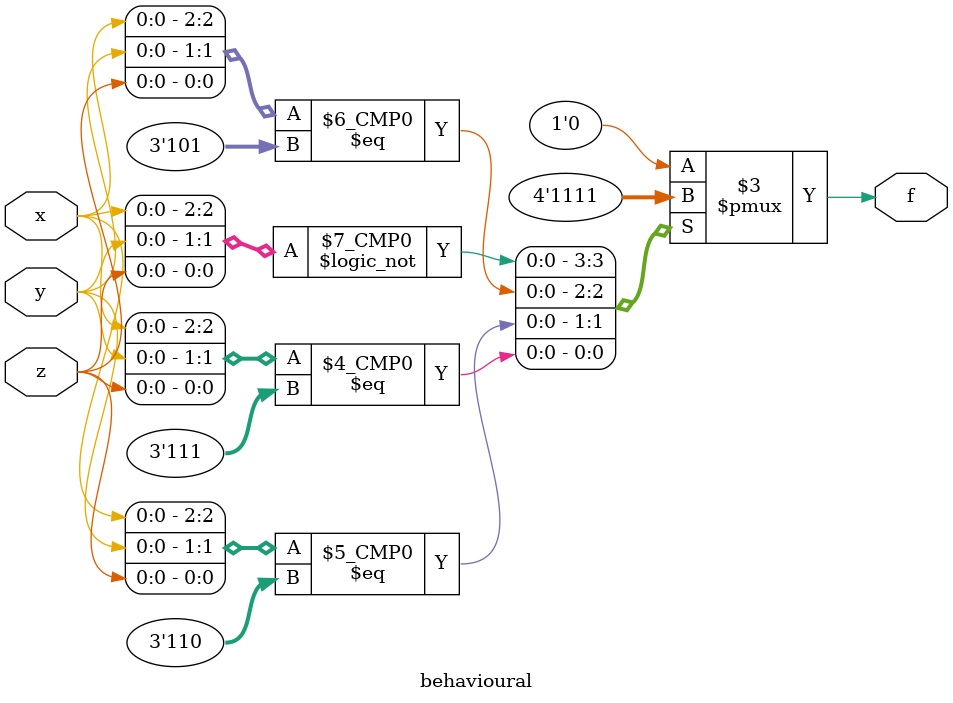
<source format=v>
`timescale 1ns / 1ps


module behavioural(
    input x, 
    input y, 
    input z,
    output reg f);
    
always@(*)
begin
casex({x,y,z})
    3'b000 : f =1'b1;
    3'b101 : f =1'b1;
    3'b110 : f =1'b1;
    3'b111 : f =1'b1;
    default: f = 1'b0; 
endcase
end
endmodule

</source>
